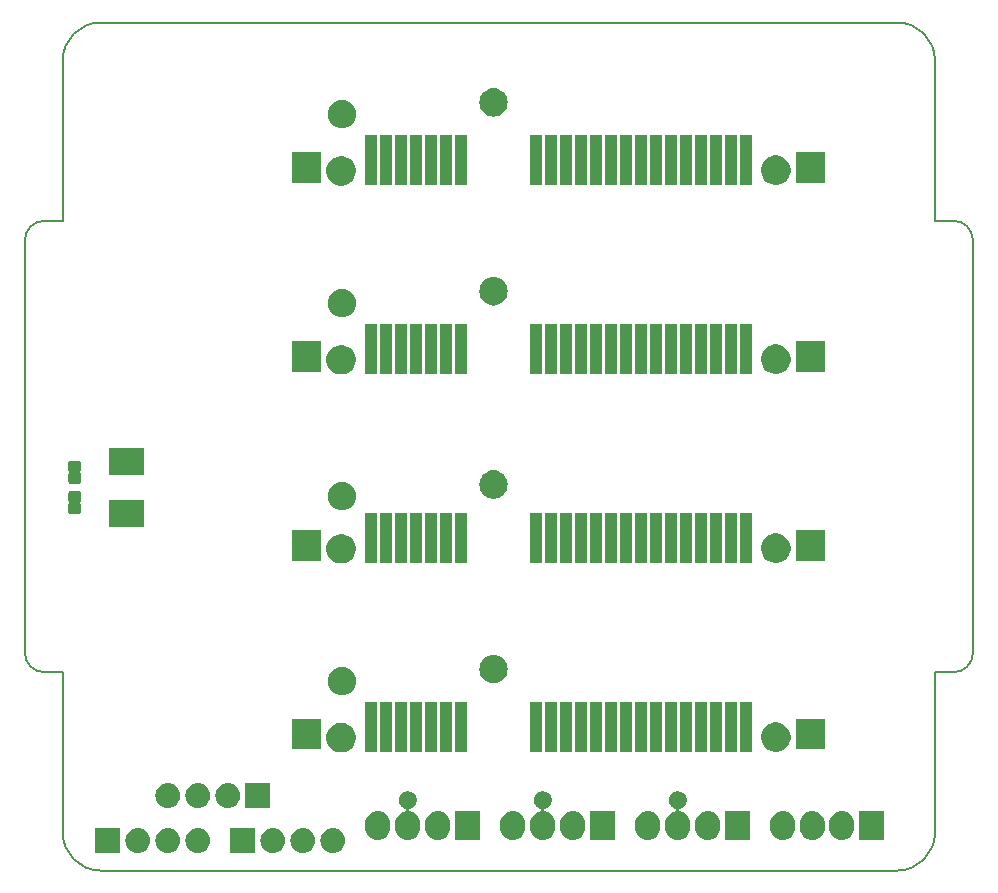
<source format=gbr>
%TF.GenerationSoftware,KiCad,Pcbnew,5.0.2-bee76a0~70~ubuntu18.10.1*%
%TF.CreationDate,2019-01-07T09:39:01-07:00*%
%TF.ProjectId,thelio-io,7468656c-696f-42d6-996f-2e6b69636164,rev?*%
%TF.SameCoordinates,Original*%
%TF.FileFunction,Soldermask,Top*%
%TF.FilePolarity,Negative*%
%FSLAX46Y46*%
G04 Gerber Fmt 4.6, Leading zero omitted, Abs format (unit mm)*
G04 Created by KiCad (PCBNEW 5.0.2-bee76a0~70~ubuntu18.10.1) date Mon Jan  7 09:39:01 2019*
%MOMM*%
%LPD*%
G01*
G04 APERTURE LIST*
%ADD10C,0.200000*%
%ADD11C,0.150000*%
%ADD12C,0.350000*%
G04 APERTURE END LIST*
D10*
X77050000Y-53400000D02*
G75*
G02X75450000Y-55000000I-1600000J0D01*
G01*
X73850000Y-55000000D02*
X75450000Y-55000000D01*
X73850000Y-16800000D02*
X75450000Y-16800000D01*
X75450000Y-16800000D02*
G75*
G02X77050000Y-18400000I0J-1600000D01*
G01*
X77050000Y-18400000D02*
X77050000Y-53400000D01*
X-3200000Y-18400000D02*
G75*
G02X-1600000Y-16800000I1600000J0D01*
G01*
X-3200000Y-53400000D02*
X-3200000Y-18400000D01*
X-1600000Y-55000000D02*
G75*
G02X-3200000Y-53400000I0J1600000D01*
G01*
X0Y-55000000D02*
X-1600000Y-55000000D01*
X0Y-16800000D02*
X-1600000Y-16800000D01*
X0Y-55000000D02*
X0Y-68600000D01*
X0Y-16800000D02*
X0Y-3200000D01*
X73850000Y-55000000D02*
X73850000Y-68600000D01*
X73850000Y-16800000D02*
X73850000Y-3200000D01*
D11*
X73850000Y-68600000D02*
G75*
G02X70650000Y-71800000I-3200000J0D01*
G01*
D10*
X3200000Y-71800000D02*
G75*
G02X0Y-68600000I0J3200000D01*
G01*
X70650000Y-71800000D02*
X3200000Y-71800000D01*
X0Y-3200000D02*
G75*
G02X3200000Y0I3200000J0D01*
G01*
X70650000Y0D02*
G75*
G02X73850000Y-3200000I0J-3200000D01*
G01*
X3200000Y0D02*
X70650000Y0D01*
D12*
G36*
X16290000Y-70310000D02*
X14190000Y-70310000D01*
X14190000Y-68210000D01*
X16290000Y-68210000D01*
X16290000Y-70310000D01*
X16290000Y-70310000D01*
G37*
G36*
X17908707Y-68217596D02*
X17985836Y-68225193D01*
X18117787Y-68265220D01*
X18183763Y-68285233D01*
X18366172Y-68382733D01*
X18526054Y-68513946D01*
X18657267Y-68673828D01*
X18754767Y-68856237D01*
X18754767Y-68856238D01*
X18814807Y-69054164D01*
X18835080Y-69260000D01*
X18814807Y-69465836D01*
X18774780Y-69597787D01*
X18754767Y-69663763D01*
X18657267Y-69846172D01*
X18526054Y-70006054D01*
X18366172Y-70137267D01*
X18183763Y-70234767D01*
X18117787Y-70254780D01*
X17985836Y-70294807D01*
X17908707Y-70302404D01*
X17831580Y-70310000D01*
X17728420Y-70310000D01*
X17651293Y-70302404D01*
X17574164Y-70294807D01*
X17442213Y-70254780D01*
X17376237Y-70234767D01*
X17193828Y-70137267D01*
X17033946Y-70006054D01*
X16902733Y-69846172D01*
X16805233Y-69663763D01*
X16785220Y-69597787D01*
X16745193Y-69465836D01*
X16724920Y-69260000D01*
X16745193Y-69054164D01*
X16805233Y-68856238D01*
X16805233Y-68856237D01*
X16902733Y-68673828D01*
X17033946Y-68513946D01*
X17193828Y-68382733D01*
X17376237Y-68285233D01*
X17442213Y-68265220D01*
X17574164Y-68225193D01*
X17651293Y-68217596D01*
X17728420Y-68210000D01*
X17831580Y-68210000D01*
X17908707Y-68217596D01*
X17908707Y-68217596D01*
G37*
G36*
X22988707Y-68217596D02*
X23065836Y-68225193D01*
X23197787Y-68265220D01*
X23263763Y-68285233D01*
X23446172Y-68382733D01*
X23606054Y-68513946D01*
X23737267Y-68673828D01*
X23834767Y-68856237D01*
X23834767Y-68856238D01*
X23894807Y-69054164D01*
X23915080Y-69260000D01*
X23894807Y-69465836D01*
X23854780Y-69597787D01*
X23834767Y-69663763D01*
X23737267Y-69846172D01*
X23606054Y-70006054D01*
X23446172Y-70137267D01*
X23263763Y-70234767D01*
X23197787Y-70254780D01*
X23065836Y-70294807D01*
X22988707Y-70302404D01*
X22911580Y-70310000D01*
X22808420Y-70310000D01*
X22731293Y-70302404D01*
X22654164Y-70294807D01*
X22522213Y-70254780D01*
X22456237Y-70234767D01*
X22273828Y-70137267D01*
X22113946Y-70006054D01*
X21982733Y-69846172D01*
X21885233Y-69663763D01*
X21865220Y-69597787D01*
X21825193Y-69465836D01*
X21804920Y-69260000D01*
X21825193Y-69054164D01*
X21885233Y-68856238D01*
X21885233Y-68856237D01*
X21982733Y-68673828D01*
X22113946Y-68513946D01*
X22273828Y-68382733D01*
X22456237Y-68285233D01*
X22522213Y-68265220D01*
X22654164Y-68225193D01*
X22731293Y-68217596D01*
X22808420Y-68210000D01*
X22911580Y-68210000D01*
X22988707Y-68217596D01*
X22988707Y-68217596D01*
G37*
G36*
X11558707Y-68217596D02*
X11635836Y-68225193D01*
X11767787Y-68265220D01*
X11833763Y-68285233D01*
X12016172Y-68382733D01*
X12176054Y-68513946D01*
X12307267Y-68673828D01*
X12404767Y-68856237D01*
X12404767Y-68856238D01*
X12464807Y-69054164D01*
X12485080Y-69260000D01*
X12464807Y-69465836D01*
X12424780Y-69597787D01*
X12404767Y-69663763D01*
X12307267Y-69846172D01*
X12176054Y-70006054D01*
X12016172Y-70137267D01*
X11833763Y-70234767D01*
X11767787Y-70254780D01*
X11635836Y-70294807D01*
X11558707Y-70302404D01*
X11481580Y-70310000D01*
X11378420Y-70310000D01*
X11301293Y-70302404D01*
X11224164Y-70294807D01*
X11092213Y-70254780D01*
X11026237Y-70234767D01*
X10843828Y-70137267D01*
X10683946Y-70006054D01*
X10552733Y-69846172D01*
X10455233Y-69663763D01*
X10435220Y-69597787D01*
X10395193Y-69465836D01*
X10374920Y-69260000D01*
X10395193Y-69054164D01*
X10455233Y-68856238D01*
X10455233Y-68856237D01*
X10552733Y-68673828D01*
X10683946Y-68513946D01*
X10843828Y-68382733D01*
X11026237Y-68285233D01*
X11092213Y-68265220D01*
X11224164Y-68225193D01*
X11301293Y-68217596D01*
X11378420Y-68210000D01*
X11481580Y-68210000D01*
X11558707Y-68217596D01*
X11558707Y-68217596D01*
G37*
G36*
X9018707Y-68217596D02*
X9095836Y-68225193D01*
X9227787Y-68265220D01*
X9293763Y-68285233D01*
X9476172Y-68382733D01*
X9636054Y-68513946D01*
X9767267Y-68673828D01*
X9864767Y-68856237D01*
X9864767Y-68856238D01*
X9924807Y-69054164D01*
X9945080Y-69260000D01*
X9924807Y-69465836D01*
X9884780Y-69597787D01*
X9864767Y-69663763D01*
X9767267Y-69846172D01*
X9636054Y-70006054D01*
X9476172Y-70137267D01*
X9293763Y-70234767D01*
X9227787Y-70254780D01*
X9095836Y-70294807D01*
X9018707Y-70302404D01*
X8941580Y-70310000D01*
X8838420Y-70310000D01*
X8761293Y-70302404D01*
X8684164Y-70294807D01*
X8552213Y-70254780D01*
X8486237Y-70234767D01*
X8303828Y-70137267D01*
X8143946Y-70006054D01*
X8012733Y-69846172D01*
X7915233Y-69663763D01*
X7895220Y-69597787D01*
X7855193Y-69465836D01*
X7834920Y-69260000D01*
X7855193Y-69054164D01*
X7915233Y-68856238D01*
X7915233Y-68856237D01*
X8012733Y-68673828D01*
X8143946Y-68513946D01*
X8303828Y-68382733D01*
X8486237Y-68285233D01*
X8552213Y-68265220D01*
X8684164Y-68225193D01*
X8761293Y-68217596D01*
X8838420Y-68210000D01*
X8941580Y-68210000D01*
X9018707Y-68217596D01*
X9018707Y-68217596D01*
G37*
G36*
X6478707Y-68217596D02*
X6555836Y-68225193D01*
X6687787Y-68265220D01*
X6753763Y-68285233D01*
X6936172Y-68382733D01*
X7096054Y-68513946D01*
X7227267Y-68673828D01*
X7324767Y-68856237D01*
X7324767Y-68856238D01*
X7384807Y-69054164D01*
X7405080Y-69260000D01*
X7384807Y-69465836D01*
X7344780Y-69597787D01*
X7324767Y-69663763D01*
X7227267Y-69846172D01*
X7096054Y-70006054D01*
X6936172Y-70137267D01*
X6753763Y-70234767D01*
X6687787Y-70254780D01*
X6555836Y-70294807D01*
X6478707Y-70302404D01*
X6401580Y-70310000D01*
X6298420Y-70310000D01*
X6221293Y-70302404D01*
X6144164Y-70294807D01*
X6012213Y-70254780D01*
X5946237Y-70234767D01*
X5763828Y-70137267D01*
X5603946Y-70006054D01*
X5472733Y-69846172D01*
X5375233Y-69663763D01*
X5355220Y-69597787D01*
X5315193Y-69465836D01*
X5294920Y-69260000D01*
X5315193Y-69054164D01*
X5375233Y-68856238D01*
X5375233Y-68856237D01*
X5472733Y-68673828D01*
X5603946Y-68513946D01*
X5763828Y-68382733D01*
X5946237Y-68285233D01*
X6012213Y-68265220D01*
X6144164Y-68225193D01*
X6221293Y-68217596D01*
X6298420Y-68210000D01*
X6401580Y-68210000D01*
X6478707Y-68217596D01*
X6478707Y-68217596D01*
G37*
G36*
X4860000Y-70310000D02*
X2760000Y-70310000D01*
X2760000Y-68210000D01*
X4860000Y-68210000D01*
X4860000Y-70310000D01*
X4860000Y-70310000D01*
G37*
G36*
X20448707Y-68217596D02*
X20525836Y-68225193D01*
X20657787Y-68265220D01*
X20723763Y-68285233D01*
X20906172Y-68382733D01*
X21066054Y-68513946D01*
X21197267Y-68673828D01*
X21294767Y-68856237D01*
X21294767Y-68856238D01*
X21354807Y-69054164D01*
X21375080Y-69260000D01*
X21354807Y-69465836D01*
X21314780Y-69597787D01*
X21294767Y-69663763D01*
X21197267Y-69846172D01*
X21066054Y-70006054D01*
X20906172Y-70137267D01*
X20723763Y-70234767D01*
X20657787Y-70254780D01*
X20525836Y-70294807D01*
X20448707Y-70302404D01*
X20371580Y-70310000D01*
X20268420Y-70310000D01*
X20191293Y-70302404D01*
X20114164Y-70294807D01*
X19982213Y-70254780D01*
X19916237Y-70234767D01*
X19733828Y-70137267D01*
X19573946Y-70006054D01*
X19442733Y-69846172D01*
X19345233Y-69663763D01*
X19325220Y-69597787D01*
X19285193Y-69465836D01*
X19264920Y-69260000D01*
X19285193Y-69054164D01*
X19345233Y-68856238D01*
X19345233Y-68856237D01*
X19442733Y-68673828D01*
X19573946Y-68513946D01*
X19733828Y-68382733D01*
X19916237Y-68285233D01*
X19982213Y-68265220D01*
X20114164Y-68225193D01*
X20191293Y-68217596D01*
X20268420Y-68210000D01*
X20371580Y-68210000D01*
X20448707Y-68217596D01*
X20448707Y-68217596D01*
G37*
G36*
X61134419Y-66787026D02*
X61168777Y-66790410D01*
X61302611Y-66831009D01*
X61369529Y-66851308D01*
X61554545Y-66950200D01*
X61716712Y-67083288D01*
X61849800Y-67245455D01*
X61948692Y-67430470D01*
X61968991Y-67497388D01*
X62009590Y-67631222D01*
X62009590Y-67631224D01*
X62025000Y-67787682D01*
X62025000Y-68192317D01*
X62023258Y-68210000D01*
X62009590Y-68348777D01*
X61999289Y-68382733D01*
X61948692Y-68549529D01*
X61849800Y-68734545D01*
X61716712Y-68896712D01*
X61554545Y-69029800D01*
X61369530Y-69128692D01*
X61302612Y-69148991D01*
X61168778Y-69189590D01*
X61134420Y-69192974D01*
X60960000Y-69210153D01*
X60785581Y-69192974D01*
X60751223Y-69189590D01*
X60617389Y-69148991D01*
X60550471Y-69128692D01*
X60365456Y-69029800D01*
X60203289Y-68896712D01*
X60070200Y-68734545D01*
X59971308Y-68549530D01*
X59934769Y-68429078D01*
X59910410Y-68348778D01*
X59906558Y-68309662D01*
X59895000Y-68192318D01*
X59895000Y-67787683D01*
X59910410Y-67631225D01*
X59910410Y-67631223D01*
X59971308Y-67430472D01*
X59971308Y-67430471D01*
X60070200Y-67245455D01*
X60203288Y-67083288D01*
X60365455Y-66950200D01*
X60550470Y-66851308D01*
X60617388Y-66831009D01*
X60751222Y-66790410D01*
X60785580Y-66787026D01*
X60960000Y-66769847D01*
X61134419Y-66787026D01*
X61134419Y-66787026D01*
G37*
G36*
X43354419Y-66787026D02*
X43388777Y-66790410D01*
X43522611Y-66831009D01*
X43589529Y-66851308D01*
X43774545Y-66950200D01*
X43936712Y-67083288D01*
X44069800Y-67245455D01*
X44168692Y-67430470D01*
X44188991Y-67497388D01*
X44229590Y-67631222D01*
X44229590Y-67631224D01*
X44245000Y-67787682D01*
X44245000Y-68192317D01*
X44243258Y-68210000D01*
X44229590Y-68348777D01*
X44219289Y-68382733D01*
X44168692Y-68549529D01*
X44069800Y-68734545D01*
X43936712Y-68896712D01*
X43774545Y-69029800D01*
X43589530Y-69128692D01*
X43522612Y-69148991D01*
X43388778Y-69189590D01*
X43354420Y-69192974D01*
X43180000Y-69210153D01*
X43005581Y-69192974D01*
X42971223Y-69189590D01*
X42837389Y-69148991D01*
X42770471Y-69128692D01*
X42585456Y-69029800D01*
X42423289Y-68896712D01*
X42290200Y-68734545D01*
X42191308Y-68549530D01*
X42154769Y-68429078D01*
X42130410Y-68348778D01*
X42126558Y-68309662D01*
X42115000Y-68192318D01*
X42115000Y-67787683D01*
X42130410Y-67631225D01*
X42130410Y-67631223D01*
X42191308Y-67430472D01*
X42191308Y-67430471D01*
X42290200Y-67245455D01*
X42423288Y-67083288D01*
X42585455Y-66950200D01*
X42770470Y-66851308D01*
X42837388Y-66831009D01*
X42971222Y-66790410D01*
X43005580Y-66787026D01*
X43180000Y-66769847D01*
X43354419Y-66787026D01*
X43354419Y-66787026D01*
G37*
G36*
X40786318Y-65094411D02*
X40858767Y-65108822D01*
X40915303Y-65132240D01*
X40995257Y-65165358D01*
X41118100Y-65247439D01*
X41222561Y-65351900D01*
X41304642Y-65474743D01*
X41361178Y-65611234D01*
X41390000Y-65756130D01*
X41390000Y-65903870D01*
X41361178Y-66048766D01*
X41304642Y-66185257D01*
X41222561Y-66308100D01*
X41118100Y-66412561D01*
X40995257Y-66494642D01*
X40902459Y-66533080D01*
X40858767Y-66551178D01*
X40858766Y-66551178D01*
X40852091Y-66553943D01*
X40842414Y-66556878D01*
X40820802Y-66568429D01*
X40801860Y-66583974D01*
X40786314Y-66602915D01*
X40774762Y-66624526D01*
X40767648Y-66647974D01*
X40765245Y-66672361D01*
X40767646Y-66696747D01*
X40774758Y-66720196D01*
X40786309Y-66741808D01*
X40801854Y-66760750D01*
X40820795Y-66776296D01*
X40842406Y-66787848D01*
X40853959Y-66791982D01*
X40979816Y-66830161D01*
X41049529Y-66851308D01*
X41234545Y-66950200D01*
X41396712Y-67083288D01*
X41529800Y-67245455D01*
X41628692Y-67430470D01*
X41648991Y-67497388D01*
X41689590Y-67631222D01*
X41689590Y-67631224D01*
X41705000Y-67787682D01*
X41705000Y-68192317D01*
X41703258Y-68210000D01*
X41689590Y-68348777D01*
X41679289Y-68382733D01*
X41628692Y-68549529D01*
X41529800Y-68734545D01*
X41396712Y-68896712D01*
X41234545Y-69029800D01*
X41049530Y-69128692D01*
X40982612Y-69148991D01*
X40848778Y-69189590D01*
X40814420Y-69192974D01*
X40640000Y-69210153D01*
X40465581Y-69192974D01*
X40431223Y-69189590D01*
X40297389Y-69148991D01*
X40230471Y-69128692D01*
X40045456Y-69029800D01*
X39883289Y-68896712D01*
X39750200Y-68734545D01*
X39651308Y-68549530D01*
X39614769Y-68429078D01*
X39590410Y-68348778D01*
X39586558Y-68309662D01*
X39575000Y-68192318D01*
X39575000Y-67787683D01*
X39590410Y-67631225D01*
X39590410Y-67631223D01*
X39651308Y-67430472D01*
X39651308Y-67430471D01*
X39750200Y-67245455D01*
X39883288Y-67083288D01*
X40045455Y-66950200D01*
X40230470Y-66851308D01*
X40338797Y-66818447D01*
X40426041Y-66791982D01*
X40448680Y-66782605D01*
X40469054Y-66768991D01*
X40486382Y-66751664D01*
X40499995Y-66731289D01*
X40509373Y-66708650D01*
X40514153Y-66684617D01*
X40514153Y-66660112D01*
X40509372Y-66636079D01*
X40499995Y-66613440D01*
X40486381Y-66593066D01*
X40469054Y-66575738D01*
X40448679Y-66562125D01*
X40426040Y-66552747D01*
X40423464Y-66552102D01*
X40284743Y-66494642D01*
X40161900Y-66412561D01*
X40057439Y-66308100D01*
X39975358Y-66185257D01*
X39918822Y-66048766D01*
X39890000Y-65903870D01*
X39890000Y-65756130D01*
X39918822Y-65611234D01*
X39975358Y-65474743D01*
X40057439Y-65351900D01*
X40161900Y-65247439D01*
X40284743Y-65165358D01*
X40364697Y-65132240D01*
X40421233Y-65108822D01*
X40493682Y-65094411D01*
X40566130Y-65080000D01*
X40713870Y-65080000D01*
X40786318Y-65094411D01*
X40786318Y-65094411D01*
G37*
G36*
X38274419Y-66787026D02*
X38308777Y-66790410D01*
X38442611Y-66831009D01*
X38509529Y-66851308D01*
X38694545Y-66950200D01*
X38856712Y-67083288D01*
X38989800Y-67245455D01*
X39088692Y-67430470D01*
X39108991Y-67497388D01*
X39149590Y-67631222D01*
X39149590Y-67631224D01*
X39165000Y-67787682D01*
X39165000Y-68192317D01*
X39163258Y-68210000D01*
X39149590Y-68348777D01*
X39139289Y-68382733D01*
X39088692Y-68549529D01*
X38989800Y-68734545D01*
X38856712Y-68896712D01*
X38694545Y-69029800D01*
X38509530Y-69128692D01*
X38442612Y-69148991D01*
X38308778Y-69189590D01*
X38274420Y-69192974D01*
X38100000Y-69210153D01*
X37925581Y-69192974D01*
X37891223Y-69189590D01*
X37757389Y-69148991D01*
X37690471Y-69128692D01*
X37505456Y-69029800D01*
X37343289Y-68896712D01*
X37210200Y-68734545D01*
X37111308Y-68549530D01*
X37074769Y-68429078D01*
X37050410Y-68348778D01*
X37046558Y-68309662D01*
X37035000Y-68192318D01*
X37035000Y-67787683D01*
X37050410Y-67631225D01*
X37050410Y-67631223D01*
X37111308Y-67430472D01*
X37111308Y-67430471D01*
X37210200Y-67245455D01*
X37343288Y-67083288D01*
X37505455Y-66950200D01*
X37690470Y-66851308D01*
X37757388Y-66831009D01*
X37891222Y-66790410D01*
X37925580Y-66787026D01*
X38100000Y-66769847D01*
X38274419Y-66787026D01*
X38274419Y-66787026D01*
G37*
G36*
X29356318Y-65094411D02*
X29428767Y-65108822D01*
X29485303Y-65132240D01*
X29565257Y-65165358D01*
X29688100Y-65247439D01*
X29792561Y-65351900D01*
X29874642Y-65474743D01*
X29931178Y-65611234D01*
X29960000Y-65756130D01*
X29960000Y-65903870D01*
X29931178Y-66048766D01*
X29874642Y-66185257D01*
X29792561Y-66308100D01*
X29688100Y-66412561D01*
X29565257Y-66494642D01*
X29472459Y-66533080D01*
X29428767Y-66551178D01*
X29428766Y-66551178D01*
X29422091Y-66553943D01*
X29412414Y-66556878D01*
X29390802Y-66568429D01*
X29371860Y-66583974D01*
X29356314Y-66602915D01*
X29344762Y-66624526D01*
X29337648Y-66647974D01*
X29335245Y-66672361D01*
X29337646Y-66696747D01*
X29344758Y-66720196D01*
X29356309Y-66741808D01*
X29371854Y-66760750D01*
X29390795Y-66776296D01*
X29412406Y-66787848D01*
X29423959Y-66791982D01*
X29549816Y-66830161D01*
X29619529Y-66851308D01*
X29804545Y-66950200D01*
X29966712Y-67083288D01*
X30099800Y-67245455D01*
X30198692Y-67430470D01*
X30218991Y-67497388D01*
X30259590Y-67631222D01*
X30259590Y-67631224D01*
X30275000Y-67787682D01*
X30275000Y-68192317D01*
X30273258Y-68210000D01*
X30259590Y-68348777D01*
X30249289Y-68382733D01*
X30198692Y-68549529D01*
X30099800Y-68734545D01*
X29966712Y-68896712D01*
X29804545Y-69029800D01*
X29619530Y-69128692D01*
X29552612Y-69148991D01*
X29418778Y-69189590D01*
X29384420Y-69192974D01*
X29210000Y-69210153D01*
X29035581Y-69192974D01*
X29001223Y-69189590D01*
X28867389Y-69148991D01*
X28800471Y-69128692D01*
X28615456Y-69029800D01*
X28453289Y-68896712D01*
X28320200Y-68734545D01*
X28221308Y-68549530D01*
X28184769Y-68429078D01*
X28160410Y-68348778D01*
X28156558Y-68309662D01*
X28145000Y-68192318D01*
X28145000Y-67787683D01*
X28160410Y-67631225D01*
X28160410Y-67631223D01*
X28221308Y-67430472D01*
X28221308Y-67430471D01*
X28320200Y-67245455D01*
X28453288Y-67083288D01*
X28615455Y-66950200D01*
X28800470Y-66851308D01*
X28908797Y-66818447D01*
X28996041Y-66791982D01*
X29018680Y-66782605D01*
X29039054Y-66768991D01*
X29056382Y-66751664D01*
X29069995Y-66731289D01*
X29079373Y-66708650D01*
X29084153Y-66684617D01*
X29084153Y-66660112D01*
X29079372Y-66636079D01*
X29069995Y-66613440D01*
X29056381Y-66593066D01*
X29039054Y-66575738D01*
X29018679Y-66562125D01*
X28996040Y-66552747D01*
X28993464Y-66552102D01*
X28854743Y-66494642D01*
X28731900Y-66412561D01*
X28627439Y-66308100D01*
X28545358Y-66185257D01*
X28488822Y-66048766D01*
X28460000Y-65903870D01*
X28460000Y-65756130D01*
X28488822Y-65611234D01*
X28545358Y-65474743D01*
X28627439Y-65351900D01*
X28731900Y-65247439D01*
X28854743Y-65165358D01*
X28934697Y-65132240D01*
X28991233Y-65108822D01*
X29063682Y-65094411D01*
X29136130Y-65080000D01*
X29283870Y-65080000D01*
X29356318Y-65094411D01*
X29356318Y-65094411D01*
G37*
G36*
X31924419Y-66787026D02*
X31958777Y-66790410D01*
X32092611Y-66831009D01*
X32159529Y-66851308D01*
X32344545Y-66950200D01*
X32506712Y-67083288D01*
X32639800Y-67245455D01*
X32738692Y-67430470D01*
X32758991Y-67497388D01*
X32799590Y-67631222D01*
X32799590Y-67631224D01*
X32815000Y-67787682D01*
X32815000Y-68192317D01*
X32813258Y-68210000D01*
X32799590Y-68348777D01*
X32789289Y-68382733D01*
X32738692Y-68549529D01*
X32639800Y-68734545D01*
X32506712Y-68896712D01*
X32344545Y-69029800D01*
X32159530Y-69128692D01*
X32092612Y-69148991D01*
X31958778Y-69189590D01*
X31924420Y-69192974D01*
X31750000Y-69210153D01*
X31575581Y-69192974D01*
X31541223Y-69189590D01*
X31407389Y-69148991D01*
X31340471Y-69128692D01*
X31155456Y-69029800D01*
X30993289Y-68896712D01*
X30860200Y-68734545D01*
X30761308Y-68549530D01*
X30724769Y-68429078D01*
X30700410Y-68348778D01*
X30696558Y-68309662D01*
X30685000Y-68192318D01*
X30685000Y-67787683D01*
X30700410Y-67631225D01*
X30700410Y-67631223D01*
X30761308Y-67430472D01*
X30761308Y-67430471D01*
X30860200Y-67245455D01*
X30993288Y-67083288D01*
X31155455Y-66950200D01*
X31340470Y-66851308D01*
X31407388Y-66831009D01*
X31541222Y-66790410D01*
X31575580Y-66787026D01*
X31750000Y-66769847D01*
X31924419Y-66787026D01*
X31924419Y-66787026D01*
G37*
G36*
X49704419Y-66787026D02*
X49738777Y-66790410D01*
X49872611Y-66831009D01*
X49939529Y-66851308D01*
X50124545Y-66950200D01*
X50286712Y-67083288D01*
X50419800Y-67245455D01*
X50518692Y-67430470D01*
X50538991Y-67497388D01*
X50579590Y-67631222D01*
X50579590Y-67631224D01*
X50595000Y-67787682D01*
X50595000Y-68192317D01*
X50593258Y-68210000D01*
X50579590Y-68348777D01*
X50569289Y-68382733D01*
X50518692Y-68549529D01*
X50419800Y-68734545D01*
X50286712Y-68896712D01*
X50124545Y-69029800D01*
X49939530Y-69128692D01*
X49872612Y-69148991D01*
X49738778Y-69189590D01*
X49704420Y-69192974D01*
X49530000Y-69210153D01*
X49355581Y-69192974D01*
X49321223Y-69189590D01*
X49187389Y-69148991D01*
X49120471Y-69128692D01*
X48935456Y-69029800D01*
X48773289Y-68896712D01*
X48640200Y-68734545D01*
X48541308Y-68549530D01*
X48504769Y-68429078D01*
X48480410Y-68348778D01*
X48476558Y-68309662D01*
X48465000Y-68192318D01*
X48465000Y-67787683D01*
X48480410Y-67631225D01*
X48480410Y-67631223D01*
X48541308Y-67430472D01*
X48541308Y-67430471D01*
X48640200Y-67245455D01*
X48773288Y-67083288D01*
X48935455Y-66950200D01*
X49120470Y-66851308D01*
X49187388Y-66831009D01*
X49321222Y-66790410D01*
X49355580Y-66787026D01*
X49530000Y-66769847D01*
X49704419Y-66787026D01*
X49704419Y-66787026D01*
G37*
G36*
X66134419Y-66787026D02*
X66168777Y-66790410D01*
X66302611Y-66831009D01*
X66369529Y-66851308D01*
X66554545Y-66950200D01*
X66716712Y-67083288D01*
X66849800Y-67245455D01*
X66948692Y-67430470D01*
X66968991Y-67497388D01*
X67009590Y-67631222D01*
X67009590Y-67631224D01*
X67025000Y-67787682D01*
X67025000Y-68192317D01*
X67023258Y-68210000D01*
X67009590Y-68348777D01*
X66999289Y-68382733D01*
X66948692Y-68549529D01*
X66849800Y-68734545D01*
X66716712Y-68896712D01*
X66554545Y-69029800D01*
X66369530Y-69128692D01*
X66302612Y-69148991D01*
X66168778Y-69189590D01*
X66134420Y-69192974D01*
X65960000Y-69210153D01*
X65785581Y-69192974D01*
X65751223Y-69189590D01*
X65617389Y-69148991D01*
X65550471Y-69128692D01*
X65365456Y-69029800D01*
X65203289Y-68896712D01*
X65070200Y-68734545D01*
X64971308Y-68549530D01*
X64934769Y-68429078D01*
X64910410Y-68348778D01*
X64906558Y-68309662D01*
X64895000Y-68192318D01*
X64895000Y-67787683D01*
X64910410Y-67631225D01*
X64910410Y-67631223D01*
X64971308Y-67430472D01*
X64971308Y-67430471D01*
X65070200Y-67245455D01*
X65203288Y-67083288D01*
X65365455Y-66950200D01*
X65550470Y-66851308D01*
X65617388Y-66831009D01*
X65751222Y-66790410D01*
X65785580Y-66787026D01*
X65960000Y-66769847D01*
X66134419Y-66787026D01*
X66134419Y-66787026D01*
G37*
G36*
X63634419Y-66787026D02*
X63668777Y-66790410D01*
X63802611Y-66831009D01*
X63869529Y-66851308D01*
X64054545Y-66950200D01*
X64216712Y-67083288D01*
X64349800Y-67245455D01*
X64448692Y-67430470D01*
X64468991Y-67497388D01*
X64509590Y-67631222D01*
X64509590Y-67631224D01*
X64525000Y-67787682D01*
X64525000Y-68192317D01*
X64523258Y-68210000D01*
X64509590Y-68348777D01*
X64499289Y-68382733D01*
X64448692Y-68549529D01*
X64349800Y-68734545D01*
X64216712Y-68896712D01*
X64054545Y-69029800D01*
X63869530Y-69128692D01*
X63802612Y-69148991D01*
X63668778Y-69189590D01*
X63634420Y-69192974D01*
X63460000Y-69210153D01*
X63285581Y-69192974D01*
X63251223Y-69189590D01*
X63117389Y-69148991D01*
X63050471Y-69128692D01*
X62865456Y-69029800D01*
X62703289Y-68896712D01*
X62570200Y-68734545D01*
X62471308Y-68549530D01*
X62434769Y-68429078D01*
X62410410Y-68348778D01*
X62406558Y-68309662D01*
X62395000Y-68192318D01*
X62395000Y-67787683D01*
X62410410Y-67631225D01*
X62410410Y-67631223D01*
X62471308Y-67430472D01*
X62471308Y-67430471D01*
X62570200Y-67245455D01*
X62703288Y-67083288D01*
X62865455Y-66950200D01*
X63050470Y-66851308D01*
X63117388Y-66831009D01*
X63251222Y-66790410D01*
X63285580Y-66787026D01*
X63460000Y-66769847D01*
X63634419Y-66787026D01*
X63634419Y-66787026D01*
G37*
G36*
X52216318Y-65094411D02*
X52288767Y-65108822D01*
X52345303Y-65132240D01*
X52425257Y-65165358D01*
X52548100Y-65247439D01*
X52652561Y-65351900D01*
X52734642Y-65474743D01*
X52791178Y-65611234D01*
X52820000Y-65756130D01*
X52820000Y-65903870D01*
X52791178Y-66048766D01*
X52734642Y-66185257D01*
X52652561Y-66308100D01*
X52548100Y-66412561D01*
X52425257Y-66494642D01*
X52332459Y-66533080D01*
X52288767Y-66551178D01*
X52288766Y-66551178D01*
X52282091Y-66553943D01*
X52272414Y-66556878D01*
X52250802Y-66568429D01*
X52231860Y-66583974D01*
X52216314Y-66602915D01*
X52204762Y-66624526D01*
X52197648Y-66647974D01*
X52195245Y-66672361D01*
X52197646Y-66696747D01*
X52204758Y-66720196D01*
X52216309Y-66741808D01*
X52231854Y-66760750D01*
X52250795Y-66776296D01*
X52272406Y-66787848D01*
X52283959Y-66791982D01*
X52409816Y-66830161D01*
X52479529Y-66851308D01*
X52664545Y-66950200D01*
X52826712Y-67083288D01*
X52959800Y-67245455D01*
X53058692Y-67430470D01*
X53078991Y-67497388D01*
X53119590Y-67631222D01*
X53119590Y-67631224D01*
X53135000Y-67787682D01*
X53135000Y-68192317D01*
X53133258Y-68210000D01*
X53119590Y-68348777D01*
X53109289Y-68382733D01*
X53058692Y-68549529D01*
X52959800Y-68734545D01*
X52826712Y-68896712D01*
X52664545Y-69029800D01*
X52479530Y-69128692D01*
X52412612Y-69148991D01*
X52278778Y-69189590D01*
X52244420Y-69192974D01*
X52070000Y-69210153D01*
X51895581Y-69192974D01*
X51861223Y-69189590D01*
X51727389Y-69148991D01*
X51660471Y-69128692D01*
X51475456Y-69029800D01*
X51313289Y-68896712D01*
X51180200Y-68734545D01*
X51081308Y-68549530D01*
X51044769Y-68429078D01*
X51020410Y-68348778D01*
X51016558Y-68309662D01*
X51005000Y-68192318D01*
X51005000Y-67787683D01*
X51020410Y-67631225D01*
X51020410Y-67631223D01*
X51081308Y-67430472D01*
X51081308Y-67430471D01*
X51180200Y-67245455D01*
X51313288Y-67083288D01*
X51475455Y-66950200D01*
X51660470Y-66851308D01*
X51768797Y-66818447D01*
X51856041Y-66791982D01*
X51878680Y-66782605D01*
X51899054Y-66768991D01*
X51916382Y-66751664D01*
X51929995Y-66731289D01*
X51939373Y-66708650D01*
X51944153Y-66684617D01*
X51944153Y-66660112D01*
X51939372Y-66636079D01*
X51929995Y-66613440D01*
X51916381Y-66593066D01*
X51899054Y-66575738D01*
X51878679Y-66562125D01*
X51856040Y-66552747D01*
X51853464Y-66552102D01*
X51714743Y-66494642D01*
X51591900Y-66412561D01*
X51487439Y-66308100D01*
X51405358Y-66185257D01*
X51348822Y-66048766D01*
X51320000Y-65903870D01*
X51320000Y-65756130D01*
X51348822Y-65611234D01*
X51405358Y-65474743D01*
X51487439Y-65351900D01*
X51591900Y-65247439D01*
X51714743Y-65165358D01*
X51794697Y-65132240D01*
X51851233Y-65108822D01*
X51923682Y-65094411D01*
X51996130Y-65080000D01*
X52143870Y-65080000D01*
X52216318Y-65094411D01*
X52216318Y-65094411D01*
G37*
G36*
X54784419Y-66787026D02*
X54818777Y-66790410D01*
X54952611Y-66831009D01*
X55019529Y-66851308D01*
X55204545Y-66950200D01*
X55366712Y-67083288D01*
X55499800Y-67245455D01*
X55598692Y-67430470D01*
X55618991Y-67497388D01*
X55659590Y-67631222D01*
X55659590Y-67631224D01*
X55675000Y-67787682D01*
X55675000Y-68192317D01*
X55673258Y-68210000D01*
X55659590Y-68348777D01*
X55649289Y-68382733D01*
X55598692Y-68549529D01*
X55499800Y-68734545D01*
X55366712Y-68896712D01*
X55204545Y-69029800D01*
X55019530Y-69128692D01*
X54952612Y-69148991D01*
X54818778Y-69189590D01*
X54784420Y-69192974D01*
X54610000Y-69210153D01*
X54435581Y-69192974D01*
X54401223Y-69189590D01*
X54267389Y-69148991D01*
X54200471Y-69128692D01*
X54015456Y-69029800D01*
X53853289Y-68896712D01*
X53720200Y-68734545D01*
X53621308Y-68549530D01*
X53584769Y-68429078D01*
X53560410Y-68348778D01*
X53556558Y-68309662D01*
X53545000Y-68192318D01*
X53545000Y-67787683D01*
X53560410Y-67631225D01*
X53560410Y-67631223D01*
X53621308Y-67430472D01*
X53621308Y-67430471D01*
X53720200Y-67245455D01*
X53853288Y-67083288D01*
X54015455Y-66950200D01*
X54200470Y-66851308D01*
X54267388Y-66831009D01*
X54401222Y-66790410D01*
X54435580Y-66787026D01*
X54610000Y-66769847D01*
X54784419Y-66787026D01*
X54784419Y-66787026D01*
G37*
G36*
X26844419Y-66787026D02*
X26878777Y-66790410D01*
X27012611Y-66831009D01*
X27079529Y-66851308D01*
X27264545Y-66950200D01*
X27426712Y-67083288D01*
X27559800Y-67245455D01*
X27658692Y-67430470D01*
X27678991Y-67497388D01*
X27719590Y-67631222D01*
X27719590Y-67631224D01*
X27735000Y-67787682D01*
X27735000Y-68192317D01*
X27733258Y-68210000D01*
X27719590Y-68348777D01*
X27709289Y-68382733D01*
X27658692Y-68549529D01*
X27559800Y-68734545D01*
X27426712Y-68896712D01*
X27264545Y-69029800D01*
X27079530Y-69128692D01*
X27012612Y-69148991D01*
X26878778Y-69189590D01*
X26844420Y-69192974D01*
X26670000Y-69210153D01*
X26495581Y-69192974D01*
X26461223Y-69189590D01*
X26327389Y-69148991D01*
X26260471Y-69128692D01*
X26075456Y-69029800D01*
X25913289Y-68896712D01*
X25780200Y-68734545D01*
X25681308Y-68549530D01*
X25644769Y-68429078D01*
X25620410Y-68348778D01*
X25616558Y-68309662D01*
X25605000Y-68192318D01*
X25605000Y-67787683D01*
X25620410Y-67631225D01*
X25620410Y-67631223D01*
X25681308Y-67430472D01*
X25681308Y-67430471D01*
X25780200Y-67245455D01*
X25913288Y-67083288D01*
X26075455Y-66950200D01*
X26260470Y-66851308D01*
X26327388Y-66831009D01*
X26461222Y-66790410D01*
X26495580Y-66787026D01*
X26670000Y-66769847D01*
X26844419Y-66787026D01*
X26844419Y-66787026D01*
G37*
G36*
X46785000Y-69205000D02*
X44655000Y-69205000D01*
X44655000Y-66775000D01*
X46785000Y-66775000D01*
X46785000Y-69205000D01*
X46785000Y-69205000D01*
G37*
G36*
X69525000Y-69205000D02*
X67395000Y-69205000D01*
X67395000Y-66775000D01*
X69525000Y-66775000D01*
X69525000Y-69205000D01*
X69525000Y-69205000D01*
G37*
G36*
X58215000Y-69205000D02*
X56085000Y-69205000D01*
X56085000Y-66775000D01*
X58215000Y-66775000D01*
X58215000Y-69205000D01*
X58215000Y-69205000D01*
G37*
G36*
X35355000Y-69205000D02*
X33225000Y-69205000D01*
X33225000Y-66775000D01*
X35355000Y-66775000D01*
X35355000Y-69205000D01*
X35355000Y-69205000D01*
G37*
G36*
X17560000Y-66500000D02*
X15460000Y-66500000D01*
X15460000Y-64400000D01*
X17560000Y-64400000D01*
X17560000Y-66500000D01*
X17560000Y-66500000D01*
G37*
G36*
X14098707Y-64407596D02*
X14175836Y-64415193D01*
X14307787Y-64455220D01*
X14373763Y-64475233D01*
X14556172Y-64572733D01*
X14716054Y-64703946D01*
X14847267Y-64863828D01*
X14944767Y-65046237D01*
X14944767Y-65046238D01*
X15004807Y-65244164D01*
X15025080Y-65450000D01*
X15004807Y-65655836D01*
X14974383Y-65756130D01*
X14944767Y-65853763D01*
X14847267Y-66036172D01*
X14716054Y-66196054D01*
X14556172Y-66327267D01*
X14373763Y-66424767D01*
X14307787Y-66444780D01*
X14175836Y-66484807D01*
X14098707Y-66492404D01*
X14021580Y-66500000D01*
X13918420Y-66500000D01*
X13841293Y-66492404D01*
X13764164Y-66484807D01*
X13632213Y-66444780D01*
X13566237Y-66424767D01*
X13383828Y-66327267D01*
X13223946Y-66196054D01*
X13092733Y-66036172D01*
X12995233Y-65853763D01*
X12965617Y-65756130D01*
X12935193Y-65655836D01*
X12914920Y-65450000D01*
X12935193Y-65244164D01*
X12995233Y-65046238D01*
X12995233Y-65046237D01*
X13092733Y-64863828D01*
X13223946Y-64703946D01*
X13383828Y-64572733D01*
X13566237Y-64475233D01*
X13632213Y-64455220D01*
X13764164Y-64415193D01*
X13841293Y-64407596D01*
X13918420Y-64400000D01*
X14021580Y-64400000D01*
X14098707Y-64407596D01*
X14098707Y-64407596D01*
G37*
G36*
X11558707Y-64407596D02*
X11635836Y-64415193D01*
X11767787Y-64455220D01*
X11833763Y-64475233D01*
X12016172Y-64572733D01*
X12176054Y-64703946D01*
X12307267Y-64863828D01*
X12404767Y-65046237D01*
X12404767Y-65046238D01*
X12464807Y-65244164D01*
X12485080Y-65450000D01*
X12464807Y-65655836D01*
X12434383Y-65756130D01*
X12404767Y-65853763D01*
X12307267Y-66036172D01*
X12176054Y-66196054D01*
X12016172Y-66327267D01*
X11833763Y-66424767D01*
X11767787Y-66444780D01*
X11635836Y-66484807D01*
X11558707Y-66492404D01*
X11481580Y-66500000D01*
X11378420Y-66500000D01*
X11301293Y-66492404D01*
X11224164Y-66484807D01*
X11092213Y-66444780D01*
X11026237Y-66424767D01*
X10843828Y-66327267D01*
X10683946Y-66196054D01*
X10552733Y-66036172D01*
X10455233Y-65853763D01*
X10425617Y-65756130D01*
X10395193Y-65655836D01*
X10374920Y-65450000D01*
X10395193Y-65244164D01*
X10455233Y-65046238D01*
X10455233Y-65046237D01*
X10552733Y-64863828D01*
X10683946Y-64703946D01*
X10843828Y-64572733D01*
X11026237Y-64475233D01*
X11092213Y-64455220D01*
X11224164Y-64415193D01*
X11301293Y-64407596D01*
X11378420Y-64400000D01*
X11481580Y-64400000D01*
X11558707Y-64407596D01*
X11558707Y-64407596D01*
G37*
G36*
X9018707Y-64407596D02*
X9095836Y-64415193D01*
X9227787Y-64455220D01*
X9293763Y-64475233D01*
X9476172Y-64572733D01*
X9636054Y-64703946D01*
X9767267Y-64863828D01*
X9864767Y-65046237D01*
X9864767Y-65046238D01*
X9924807Y-65244164D01*
X9945080Y-65450000D01*
X9924807Y-65655836D01*
X9894383Y-65756130D01*
X9864767Y-65853763D01*
X9767267Y-66036172D01*
X9636054Y-66196054D01*
X9476172Y-66327267D01*
X9293763Y-66424767D01*
X9227787Y-66444780D01*
X9095836Y-66484807D01*
X9018707Y-66492404D01*
X8941580Y-66500000D01*
X8838420Y-66500000D01*
X8761293Y-66492404D01*
X8684164Y-66484807D01*
X8552213Y-66444780D01*
X8486237Y-66424767D01*
X8303828Y-66327267D01*
X8143946Y-66196054D01*
X8012733Y-66036172D01*
X7915233Y-65853763D01*
X7885617Y-65756130D01*
X7855193Y-65655836D01*
X7834920Y-65450000D01*
X7855193Y-65244164D01*
X7915233Y-65046238D01*
X7915233Y-65046237D01*
X8012733Y-64863828D01*
X8143946Y-64703946D01*
X8303828Y-64572733D01*
X8486237Y-64475233D01*
X8552213Y-64455220D01*
X8684164Y-64415193D01*
X8761293Y-64407596D01*
X8838420Y-64400000D01*
X8941580Y-64400000D01*
X9018707Y-64407596D01*
X9018707Y-64407596D01*
G37*
G36*
X23939612Y-59348037D02*
X24167096Y-59442264D01*
X24371831Y-59579064D01*
X24545936Y-59753169D01*
X24682736Y-59957904D01*
X24776963Y-60185388D01*
X24825000Y-60426885D01*
X24825000Y-60673115D01*
X24776963Y-60914612D01*
X24682736Y-61142096D01*
X24545936Y-61346831D01*
X24371831Y-61520936D01*
X24167096Y-61657736D01*
X23939612Y-61751963D01*
X23698115Y-61800000D01*
X23451885Y-61800000D01*
X23210388Y-61751963D01*
X22982904Y-61657736D01*
X22778169Y-61520936D01*
X22604064Y-61346831D01*
X22467264Y-61142096D01*
X22373037Y-60914612D01*
X22325000Y-60673115D01*
X22325000Y-60426885D01*
X22373037Y-60185388D01*
X22467264Y-59957904D01*
X22604064Y-59753169D01*
X22778169Y-59579064D01*
X22982904Y-59442264D01*
X23210388Y-59348037D01*
X23451885Y-59300000D01*
X23698115Y-59300000D01*
X23939612Y-59348037D01*
X23939612Y-59348037D01*
G37*
G36*
X48190000Y-61750000D02*
X47190000Y-61750000D01*
X47190000Y-57550000D01*
X48190000Y-57550000D01*
X48190000Y-61750000D01*
X48190000Y-61750000D01*
G37*
G36*
X32950000Y-61750000D02*
X31950000Y-61750000D01*
X31950000Y-57550000D01*
X32950000Y-57550000D01*
X32950000Y-61750000D01*
X32950000Y-61750000D01*
G37*
G36*
X49460000Y-61750000D02*
X48460000Y-61750000D01*
X48460000Y-57550000D01*
X49460000Y-57550000D01*
X49460000Y-61750000D01*
X49460000Y-61750000D01*
G37*
G36*
X50730000Y-61750000D02*
X49730000Y-61750000D01*
X49730000Y-57550000D01*
X50730000Y-57550000D01*
X50730000Y-61750000D01*
X50730000Y-61750000D01*
G37*
G36*
X52000000Y-61750000D02*
X51000000Y-61750000D01*
X51000000Y-57550000D01*
X52000000Y-57550000D01*
X52000000Y-61750000D01*
X52000000Y-61750000D01*
G37*
G36*
X53270000Y-61750000D02*
X52270000Y-61750000D01*
X52270000Y-57550000D01*
X53270000Y-57550000D01*
X53270000Y-61750000D01*
X53270000Y-61750000D01*
G37*
G36*
X54540000Y-61750000D02*
X53540000Y-61750000D01*
X53540000Y-57550000D01*
X54540000Y-57550000D01*
X54540000Y-61750000D01*
X54540000Y-61750000D01*
G37*
G36*
X55810000Y-61750000D02*
X54810000Y-61750000D01*
X54810000Y-57550000D01*
X55810000Y-57550000D01*
X55810000Y-61750000D01*
X55810000Y-61750000D01*
G37*
G36*
X57080000Y-61750000D02*
X56080000Y-61750000D01*
X56080000Y-57550000D01*
X57080000Y-57550000D01*
X57080000Y-61750000D01*
X57080000Y-61750000D01*
G37*
G36*
X58350000Y-61750000D02*
X57350000Y-61750000D01*
X57350000Y-57550000D01*
X58350000Y-57550000D01*
X58350000Y-61750000D01*
X58350000Y-61750000D01*
G37*
G36*
X60739612Y-59298037D02*
X60967096Y-59392264D01*
X61171831Y-59529064D01*
X61345936Y-59703169D01*
X61482736Y-59907904D01*
X61576963Y-60135388D01*
X61625000Y-60376885D01*
X61625000Y-60623115D01*
X61576963Y-60864612D01*
X61482736Y-61092096D01*
X61345936Y-61296831D01*
X61171831Y-61470936D01*
X60967096Y-61607736D01*
X60739612Y-61701963D01*
X60498115Y-61750000D01*
X60251885Y-61750000D01*
X60010388Y-61701963D01*
X59782904Y-61607736D01*
X59578169Y-61470936D01*
X59404064Y-61296831D01*
X59267264Y-61092096D01*
X59173037Y-60864612D01*
X59125000Y-60623115D01*
X59125000Y-60376885D01*
X59173037Y-60135388D01*
X59267264Y-59907904D01*
X59404064Y-59703169D01*
X59578169Y-59529064D01*
X59782904Y-59392264D01*
X60010388Y-59298037D01*
X60251885Y-59250000D01*
X60498115Y-59250000D01*
X60739612Y-59298037D01*
X60739612Y-59298037D01*
G37*
G36*
X26600000Y-61750000D02*
X25600000Y-61750000D01*
X25600000Y-57550000D01*
X26600000Y-57550000D01*
X26600000Y-61750000D01*
X26600000Y-61750000D01*
G37*
G36*
X44380000Y-61750000D02*
X43380000Y-61750000D01*
X43380000Y-57550000D01*
X44380000Y-57550000D01*
X44380000Y-61750000D01*
X44380000Y-61750000D01*
G37*
G36*
X43110000Y-61750000D02*
X42110000Y-61750000D01*
X42110000Y-57550000D01*
X43110000Y-57550000D01*
X43110000Y-61750000D01*
X43110000Y-61750000D01*
G37*
G36*
X41840000Y-61750000D02*
X40840000Y-61750000D01*
X40840000Y-57550000D01*
X41840000Y-57550000D01*
X41840000Y-61750000D01*
X41840000Y-61750000D01*
G37*
G36*
X40570000Y-61750000D02*
X39570000Y-61750000D01*
X39570000Y-57550000D01*
X40570000Y-57550000D01*
X40570000Y-61750000D01*
X40570000Y-61750000D01*
G37*
G36*
X34220000Y-61750000D02*
X33220000Y-61750000D01*
X33220000Y-57550000D01*
X34220000Y-57550000D01*
X34220000Y-61750000D01*
X34220000Y-61750000D01*
G37*
G36*
X46920000Y-61750000D02*
X45920000Y-61750000D01*
X45920000Y-57550000D01*
X46920000Y-57550000D01*
X46920000Y-61750000D01*
X46920000Y-61750000D01*
G37*
G36*
X27870000Y-61750000D02*
X26870000Y-61750000D01*
X26870000Y-57550000D01*
X27870000Y-57550000D01*
X27870000Y-61750000D01*
X27870000Y-61750000D01*
G37*
G36*
X29140000Y-61750000D02*
X28140000Y-61750000D01*
X28140000Y-57550000D01*
X29140000Y-57550000D01*
X29140000Y-61750000D01*
X29140000Y-61750000D01*
G37*
G36*
X30410000Y-61750000D02*
X29410000Y-61750000D01*
X29410000Y-57550000D01*
X30410000Y-57550000D01*
X30410000Y-61750000D01*
X30410000Y-61750000D01*
G37*
G36*
X31680000Y-61750000D02*
X30680000Y-61750000D01*
X30680000Y-57550000D01*
X31680000Y-57550000D01*
X31680000Y-61750000D01*
X31680000Y-61750000D01*
G37*
G36*
X45650000Y-61750000D02*
X44650000Y-61750000D01*
X44650000Y-57550000D01*
X45650000Y-57550000D01*
X45650000Y-61750000D01*
X45650000Y-61750000D01*
G37*
G36*
X64575000Y-61550000D02*
X62075000Y-61550000D01*
X62075000Y-58950000D01*
X64575000Y-58950000D01*
X64575000Y-61550000D01*
X64575000Y-61550000D01*
G37*
G36*
X21875000Y-61550000D02*
X19375000Y-61550000D01*
X19375000Y-58950000D01*
X21875000Y-58950000D01*
X21875000Y-61550000D01*
X21875000Y-61550000D01*
G37*
G36*
X23734208Y-54563473D02*
X23875241Y-54577363D01*
X24101442Y-54645981D01*
X24101444Y-54645982D01*
X24101447Y-54645983D01*
X24309910Y-54757408D01*
X24492634Y-54907366D01*
X24642592Y-55090090D01*
X24754017Y-55298553D01*
X24754018Y-55298556D01*
X24754019Y-55298558D01*
X24822637Y-55524759D01*
X24845806Y-55760000D01*
X24822637Y-55995241D01*
X24754019Y-56221442D01*
X24754017Y-56221447D01*
X24642592Y-56429910D01*
X24492634Y-56612634D01*
X24309910Y-56762592D01*
X24101447Y-56874017D01*
X24101444Y-56874018D01*
X24101442Y-56874019D01*
X23875241Y-56942637D01*
X23734208Y-56956527D01*
X23698951Y-56960000D01*
X23581049Y-56960000D01*
X23545792Y-56956527D01*
X23404759Y-56942637D01*
X23178558Y-56874019D01*
X23178556Y-56874018D01*
X23178553Y-56874017D01*
X22970090Y-56762592D01*
X22787366Y-56612634D01*
X22637408Y-56429910D01*
X22525983Y-56221447D01*
X22525981Y-56221442D01*
X22457363Y-55995241D01*
X22434194Y-55760000D01*
X22457363Y-55524759D01*
X22525981Y-55298558D01*
X22525982Y-55298556D01*
X22525983Y-55298553D01*
X22637408Y-55090090D01*
X22787366Y-54907366D01*
X22970090Y-54757408D01*
X23178553Y-54645983D01*
X23178556Y-54645982D01*
X23178558Y-54645981D01*
X23404759Y-54577363D01*
X23545792Y-54563473D01*
X23581049Y-54560000D01*
X23698951Y-54560000D01*
X23734208Y-54563473D01*
X23734208Y-54563473D01*
G37*
G36*
X36564208Y-53563473D02*
X36705241Y-53577363D01*
X36931442Y-53645981D01*
X36931444Y-53645982D01*
X36931447Y-53645983D01*
X37139910Y-53757408D01*
X37322634Y-53907366D01*
X37472592Y-54090090D01*
X37584017Y-54298553D01*
X37584018Y-54298556D01*
X37584019Y-54298558D01*
X37652637Y-54524759D01*
X37675806Y-54760000D01*
X37652637Y-54995241D01*
X37584019Y-55221442D01*
X37584017Y-55221447D01*
X37472592Y-55429910D01*
X37322634Y-55612634D01*
X37139910Y-55762592D01*
X36931447Y-55874017D01*
X36931444Y-55874018D01*
X36931442Y-55874019D01*
X36705241Y-55942637D01*
X36564208Y-55956527D01*
X36528951Y-55960000D01*
X36411049Y-55960000D01*
X36375792Y-55956527D01*
X36234759Y-55942637D01*
X36008558Y-55874019D01*
X36008556Y-55874018D01*
X36008553Y-55874017D01*
X35800090Y-55762592D01*
X35617366Y-55612634D01*
X35467408Y-55429910D01*
X35355983Y-55221447D01*
X35355981Y-55221442D01*
X35287363Y-54995241D01*
X35264194Y-54760000D01*
X35287363Y-54524759D01*
X35355981Y-54298558D01*
X35355982Y-54298556D01*
X35355983Y-54298553D01*
X35467408Y-54090090D01*
X35617366Y-53907366D01*
X35800090Y-53757408D01*
X36008553Y-53645983D01*
X36008556Y-53645982D01*
X36008558Y-53645981D01*
X36234759Y-53577363D01*
X36375792Y-53563473D01*
X36411049Y-53560000D01*
X36528951Y-53560000D01*
X36564208Y-53563473D01*
X36564208Y-53563473D01*
G37*
G36*
X23939612Y-43348037D02*
X24167096Y-43442264D01*
X24371831Y-43579064D01*
X24545936Y-43753169D01*
X24682736Y-43957904D01*
X24776963Y-44185388D01*
X24825000Y-44426885D01*
X24825000Y-44673115D01*
X24776963Y-44914612D01*
X24682736Y-45142096D01*
X24545936Y-45346831D01*
X24371831Y-45520936D01*
X24167096Y-45657736D01*
X23939612Y-45751963D01*
X23698115Y-45800000D01*
X23451885Y-45800000D01*
X23210388Y-45751963D01*
X22982904Y-45657736D01*
X22778169Y-45520936D01*
X22604064Y-45346831D01*
X22467264Y-45142096D01*
X22373037Y-44914612D01*
X22325000Y-44673115D01*
X22325000Y-44426885D01*
X22373037Y-44185388D01*
X22467264Y-43957904D01*
X22604064Y-43753169D01*
X22778169Y-43579064D01*
X22982904Y-43442264D01*
X23210388Y-43348037D01*
X23451885Y-43300000D01*
X23698115Y-43300000D01*
X23939612Y-43348037D01*
X23939612Y-43348037D01*
G37*
G36*
X49460000Y-45750000D02*
X48460000Y-45750000D01*
X48460000Y-41550000D01*
X49460000Y-41550000D01*
X49460000Y-45750000D01*
X49460000Y-45750000D01*
G37*
G36*
X48190000Y-45750000D02*
X47190000Y-45750000D01*
X47190000Y-41550000D01*
X48190000Y-41550000D01*
X48190000Y-45750000D01*
X48190000Y-45750000D01*
G37*
G36*
X50730000Y-45750000D02*
X49730000Y-45750000D01*
X49730000Y-41550000D01*
X50730000Y-41550000D01*
X50730000Y-45750000D01*
X50730000Y-45750000D01*
G37*
G36*
X46920000Y-45750000D02*
X45920000Y-45750000D01*
X45920000Y-41550000D01*
X46920000Y-41550000D01*
X46920000Y-45750000D01*
X46920000Y-45750000D01*
G37*
G36*
X53270000Y-45750000D02*
X52270000Y-45750000D01*
X52270000Y-41550000D01*
X53270000Y-41550000D01*
X53270000Y-45750000D01*
X53270000Y-45750000D01*
G37*
G36*
X45650000Y-45750000D02*
X44650000Y-45750000D01*
X44650000Y-41550000D01*
X45650000Y-41550000D01*
X45650000Y-45750000D01*
X45650000Y-45750000D01*
G37*
G36*
X44380000Y-45750000D02*
X43380000Y-45750000D01*
X43380000Y-41550000D01*
X44380000Y-41550000D01*
X44380000Y-45750000D01*
X44380000Y-45750000D01*
G37*
G36*
X43110000Y-45750000D02*
X42110000Y-45750000D01*
X42110000Y-41550000D01*
X43110000Y-41550000D01*
X43110000Y-45750000D01*
X43110000Y-45750000D01*
G37*
G36*
X41840000Y-45750000D02*
X40840000Y-45750000D01*
X40840000Y-41550000D01*
X41840000Y-41550000D01*
X41840000Y-45750000D01*
X41840000Y-45750000D01*
G37*
G36*
X58350000Y-45750000D02*
X57350000Y-45750000D01*
X57350000Y-41550000D01*
X58350000Y-41550000D01*
X58350000Y-45750000D01*
X58350000Y-45750000D01*
G37*
G36*
X34220000Y-45750000D02*
X33220000Y-45750000D01*
X33220000Y-41550000D01*
X34220000Y-41550000D01*
X34220000Y-45750000D01*
X34220000Y-45750000D01*
G37*
G36*
X57080000Y-45750000D02*
X56080000Y-45750000D01*
X56080000Y-41550000D01*
X57080000Y-41550000D01*
X57080000Y-45750000D01*
X57080000Y-45750000D01*
G37*
G36*
X32950000Y-45750000D02*
X31950000Y-45750000D01*
X31950000Y-41550000D01*
X32950000Y-41550000D01*
X32950000Y-45750000D01*
X32950000Y-45750000D01*
G37*
G36*
X52000000Y-45750000D02*
X51000000Y-45750000D01*
X51000000Y-41550000D01*
X52000000Y-41550000D01*
X52000000Y-45750000D01*
X52000000Y-45750000D01*
G37*
G36*
X40570000Y-45750000D02*
X39570000Y-45750000D01*
X39570000Y-41550000D01*
X40570000Y-41550000D01*
X40570000Y-45750000D01*
X40570000Y-45750000D01*
G37*
G36*
X60739612Y-43298037D02*
X60967096Y-43392264D01*
X61171831Y-43529064D01*
X61345936Y-43703169D01*
X61482736Y-43907904D01*
X61576963Y-44135388D01*
X61625000Y-44376885D01*
X61625000Y-44623115D01*
X61576963Y-44864612D01*
X61482736Y-45092096D01*
X61345936Y-45296831D01*
X61171831Y-45470936D01*
X60967096Y-45607736D01*
X60739612Y-45701963D01*
X60498115Y-45750000D01*
X60251885Y-45750000D01*
X60010388Y-45701963D01*
X59782904Y-45607736D01*
X59578169Y-45470936D01*
X59404064Y-45296831D01*
X59267264Y-45092096D01*
X59173037Y-44864612D01*
X59125000Y-44623115D01*
X59125000Y-44376885D01*
X59173037Y-44135388D01*
X59267264Y-43907904D01*
X59404064Y-43703169D01*
X59578169Y-43529064D01*
X59782904Y-43392264D01*
X60010388Y-43298037D01*
X60251885Y-43250000D01*
X60498115Y-43250000D01*
X60739612Y-43298037D01*
X60739612Y-43298037D01*
G37*
G36*
X55810000Y-45750000D02*
X54810000Y-45750000D01*
X54810000Y-41550000D01*
X55810000Y-41550000D01*
X55810000Y-45750000D01*
X55810000Y-45750000D01*
G37*
G36*
X54540000Y-45750000D02*
X53540000Y-45750000D01*
X53540000Y-41550000D01*
X54540000Y-41550000D01*
X54540000Y-45750000D01*
X54540000Y-45750000D01*
G37*
G36*
X26600000Y-45750000D02*
X25600000Y-45750000D01*
X25600000Y-41550000D01*
X26600000Y-41550000D01*
X26600000Y-45750000D01*
X26600000Y-45750000D01*
G37*
G36*
X27870000Y-45750000D02*
X26870000Y-45750000D01*
X26870000Y-41550000D01*
X27870000Y-41550000D01*
X27870000Y-45750000D01*
X27870000Y-45750000D01*
G37*
G36*
X29140000Y-45750000D02*
X28140000Y-45750000D01*
X28140000Y-41550000D01*
X29140000Y-41550000D01*
X29140000Y-45750000D01*
X29140000Y-45750000D01*
G37*
G36*
X30410000Y-45750000D02*
X29410000Y-45750000D01*
X29410000Y-41550000D01*
X30410000Y-41550000D01*
X30410000Y-45750000D01*
X30410000Y-45750000D01*
G37*
G36*
X31680000Y-45750000D02*
X30680000Y-45750000D01*
X30680000Y-41550000D01*
X31680000Y-41550000D01*
X31680000Y-45750000D01*
X31680000Y-45750000D01*
G37*
G36*
X64575000Y-45550000D02*
X62075000Y-45550000D01*
X62075000Y-42950000D01*
X64575000Y-42950000D01*
X64575000Y-45550000D01*
X64575000Y-45550000D01*
G37*
G36*
X21875000Y-45550000D02*
X19375000Y-45550000D01*
X19375000Y-42950000D01*
X21875000Y-42950000D01*
X21875000Y-45550000D01*
X21875000Y-45550000D01*
G37*
G36*
X6850000Y-42700000D02*
X3950000Y-42700000D01*
X3950000Y-40400000D01*
X6850000Y-40400000D01*
X6850000Y-42700000D01*
X6850000Y-42700000D01*
G37*
G36*
X1370974Y-39659148D02*
X1405568Y-39669642D01*
X1437441Y-39686678D01*
X1465387Y-39709613D01*
X1488322Y-39737559D01*
X1505358Y-39769432D01*
X1515852Y-39804026D01*
X1520000Y-39846141D01*
X1520000Y-40453859D01*
X1515852Y-40495974D01*
X1505358Y-40530568D01*
X1484213Y-40570128D01*
X1480243Y-40576069D01*
X1470864Y-40598708D01*
X1466083Y-40622741D01*
X1466081Y-40647245D01*
X1470860Y-40671279D01*
X1480237Y-40693918D01*
X1484205Y-40699858D01*
X1505358Y-40739432D01*
X1515852Y-40774026D01*
X1520000Y-40816141D01*
X1520000Y-41423859D01*
X1515852Y-41465974D01*
X1505358Y-41500568D01*
X1488322Y-41532441D01*
X1465387Y-41560387D01*
X1437441Y-41583322D01*
X1405568Y-41600358D01*
X1370974Y-41610852D01*
X1328859Y-41615000D01*
X671141Y-41615000D01*
X629026Y-41610852D01*
X594432Y-41600358D01*
X562559Y-41583322D01*
X534613Y-41560387D01*
X511678Y-41532441D01*
X494642Y-41500568D01*
X484148Y-41465974D01*
X480000Y-41423859D01*
X480000Y-40816141D01*
X484148Y-40774026D01*
X494642Y-40739432D01*
X515787Y-40699872D01*
X519757Y-40693931D01*
X529136Y-40671292D01*
X533917Y-40647259D01*
X533919Y-40622755D01*
X529140Y-40598721D01*
X519763Y-40576082D01*
X515795Y-40570142D01*
X494642Y-40530568D01*
X484148Y-40495974D01*
X480000Y-40453859D01*
X480000Y-39846141D01*
X484148Y-39804026D01*
X494642Y-39769432D01*
X511678Y-39737559D01*
X534613Y-39709613D01*
X562559Y-39686678D01*
X594432Y-39669642D01*
X629026Y-39659148D01*
X671141Y-39655000D01*
X1328859Y-39655000D01*
X1370974Y-39659148D01*
X1370974Y-39659148D01*
G37*
G36*
X23734208Y-38913473D02*
X23875241Y-38927363D01*
X24101442Y-38995981D01*
X24101444Y-38995982D01*
X24101447Y-38995983D01*
X24309910Y-39107408D01*
X24492634Y-39257366D01*
X24642592Y-39440090D01*
X24754017Y-39648553D01*
X24754018Y-39648556D01*
X24754019Y-39648558D01*
X24822637Y-39874759D01*
X24845806Y-40110000D01*
X24822637Y-40345241D01*
X24754413Y-40570142D01*
X24754017Y-40571447D01*
X24642592Y-40779910D01*
X24492634Y-40962634D01*
X24309910Y-41112592D01*
X24101447Y-41224017D01*
X24101444Y-41224018D01*
X24101442Y-41224019D01*
X23875241Y-41292637D01*
X23734208Y-41306527D01*
X23698951Y-41310000D01*
X23581049Y-41310000D01*
X23545792Y-41306527D01*
X23404759Y-41292637D01*
X23178558Y-41224019D01*
X23178556Y-41224018D01*
X23178553Y-41224017D01*
X22970090Y-41112592D01*
X22787366Y-40962634D01*
X22637408Y-40779910D01*
X22525983Y-40571447D01*
X22525587Y-40570142D01*
X22457363Y-40345241D01*
X22434194Y-40110000D01*
X22457363Y-39874759D01*
X22525981Y-39648558D01*
X22525982Y-39648556D01*
X22525983Y-39648553D01*
X22637408Y-39440090D01*
X22787366Y-39257366D01*
X22970090Y-39107408D01*
X23178553Y-38995983D01*
X23178556Y-38995982D01*
X23178558Y-38995981D01*
X23404759Y-38927363D01*
X23545792Y-38913473D01*
X23581049Y-38910000D01*
X23698951Y-38910000D01*
X23734208Y-38913473D01*
X23734208Y-38913473D01*
G37*
G36*
X36564208Y-37913473D02*
X36705241Y-37927363D01*
X36931442Y-37995981D01*
X36931444Y-37995982D01*
X36931447Y-37995983D01*
X37139910Y-38107408D01*
X37322634Y-38257366D01*
X37472592Y-38440090D01*
X37584017Y-38648553D01*
X37584018Y-38648556D01*
X37584019Y-38648558D01*
X37652637Y-38874759D01*
X37675806Y-39110000D01*
X37652637Y-39345241D01*
X37584019Y-39571442D01*
X37584017Y-39571447D01*
X37472592Y-39779910D01*
X37322634Y-39962634D01*
X37139910Y-40112592D01*
X36931447Y-40224017D01*
X36931444Y-40224018D01*
X36931442Y-40224019D01*
X36705241Y-40292637D01*
X36564208Y-40306527D01*
X36528951Y-40310000D01*
X36411049Y-40310000D01*
X36375792Y-40306527D01*
X36234759Y-40292637D01*
X36008558Y-40224019D01*
X36008556Y-40224018D01*
X36008553Y-40224017D01*
X35800090Y-40112592D01*
X35617366Y-39962634D01*
X35467408Y-39779910D01*
X35355983Y-39571447D01*
X35355981Y-39571442D01*
X35287363Y-39345241D01*
X35264194Y-39110000D01*
X35287363Y-38874759D01*
X35355981Y-38648558D01*
X35355982Y-38648556D01*
X35355983Y-38648553D01*
X35467408Y-38440090D01*
X35617366Y-38257366D01*
X35800090Y-38107408D01*
X36008553Y-37995983D01*
X36008556Y-37995982D01*
X36008558Y-37995981D01*
X36234759Y-37927363D01*
X36375792Y-37913473D01*
X36411049Y-37910000D01*
X36528951Y-37910000D01*
X36564208Y-37913473D01*
X36564208Y-37913473D01*
G37*
G36*
X1370974Y-37089148D02*
X1405568Y-37099642D01*
X1437441Y-37116678D01*
X1465387Y-37139613D01*
X1488322Y-37167559D01*
X1505358Y-37199432D01*
X1515852Y-37234026D01*
X1520000Y-37276141D01*
X1520000Y-37883859D01*
X1515852Y-37925974D01*
X1505358Y-37960568D01*
X1484213Y-38000128D01*
X1480243Y-38006069D01*
X1470864Y-38028708D01*
X1466083Y-38052741D01*
X1466081Y-38077245D01*
X1470860Y-38101279D01*
X1480237Y-38123918D01*
X1484205Y-38129858D01*
X1505358Y-38169432D01*
X1515852Y-38204026D01*
X1520000Y-38246141D01*
X1520000Y-38853859D01*
X1515852Y-38895974D01*
X1505358Y-38930568D01*
X1488322Y-38962441D01*
X1465387Y-38990387D01*
X1437441Y-39013322D01*
X1405568Y-39030358D01*
X1370974Y-39040852D01*
X1328859Y-39045000D01*
X671141Y-39045000D01*
X629026Y-39040852D01*
X594432Y-39030358D01*
X562559Y-39013322D01*
X534613Y-38990387D01*
X511678Y-38962441D01*
X494642Y-38930568D01*
X484148Y-38895974D01*
X480000Y-38853859D01*
X480000Y-38246141D01*
X484148Y-38204026D01*
X494642Y-38169432D01*
X515787Y-38129872D01*
X519757Y-38123931D01*
X529136Y-38101292D01*
X533917Y-38077259D01*
X533919Y-38052755D01*
X529140Y-38028721D01*
X519763Y-38006082D01*
X515795Y-38000142D01*
X494642Y-37960568D01*
X484148Y-37925974D01*
X480000Y-37883859D01*
X480000Y-37276141D01*
X484148Y-37234026D01*
X494642Y-37199432D01*
X511678Y-37167559D01*
X534613Y-37139613D01*
X562559Y-37116678D01*
X594432Y-37099642D01*
X629026Y-37089148D01*
X671141Y-37085000D01*
X1328859Y-37085000D01*
X1370974Y-37089148D01*
X1370974Y-37089148D01*
G37*
G36*
X6850000Y-38300000D02*
X3950000Y-38300000D01*
X3950000Y-36000000D01*
X6850000Y-36000000D01*
X6850000Y-38300000D01*
X6850000Y-38300000D01*
G37*
G36*
X23939612Y-27348037D02*
X24167096Y-27442264D01*
X24371831Y-27579064D01*
X24545936Y-27753169D01*
X24682736Y-27957904D01*
X24776963Y-28185388D01*
X24825000Y-28426885D01*
X24825000Y-28673115D01*
X24776963Y-28914612D01*
X24682736Y-29142096D01*
X24545936Y-29346831D01*
X24371831Y-29520936D01*
X24167096Y-29657736D01*
X23939612Y-29751963D01*
X23698115Y-29800000D01*
X23451885Y-29800000D01*
X23210388Y-29751963D01*
X22982904Y-29657736D01*
X22778169Y-29520936D01*
X22604064Y-29346831D01*
X22467264Y-29142096D01*
X22373037Y-28914612D01*
X22325000Y-28673115D01*
X22325000Y-28426885D01*
X22373037Y-28185388D01*
X22467264Y-27957904D01*
X22604064Y-27753169D01*
X22778169Y-27579064D01*
X22982904Y-27442264D01*
X23210388Y-27348037D01*
X23451885Y-27300000D01*
X23698115Y-27300000D01*
X23939612Y-27348037D01*
X23939612Y-27348037D01*
G37*
G36*
X31680000Y-29750000D02*
X30680000Y-29750000D01*
X30680000Y-25550000D01*
X31680000Y-25550000D01*
X31680000Y-29750000D01*
X31680000Y-29750000D01*
G37*
G36*
X26600000Y-29750000D02*
X25600000Y-29750000D01*
X25600000Y-25550000D01*
X26600000Y-25550000D01*
X26600000Y-29750000D01*
X26600000Y-29750000D01*
G37*
G36*
X27870000Y-29750000D02*
X26870000Y-29750000D01*
X26870000Y-25550000D01*
X27870000Y-25550000D01*
X27870000Y-29750000D01*
X27870000Y-29750000D01*
G37*
G36*
X29140000Y-29750000D02*
X28140000Y-29750000D01*
X28140000Y-25550000D01*
X29140000Y-25550000D01*
X29140000Y-29750000D01*
X29140000Y-29750000D01*
G37*
G36*
X30410000Y-29750000D02*
X29410000Y-29750000D01*
X29410000Y-25550000D01*
X30410000Y-25550000D01*
X30410000Y-29750000D01*
X30410000Y-29750000D01*
G37*
G36*
X60739612Y-27298037D02*
X60967096Y-27392264D01*
X61171831Y-27529064D01*
X61345936Y-27703169D01*
X61482736Y-27907904D01*
X61576963Y-28135388D01*
X61625000Y-28376885D01*
X61625000Y-28623115D01*
X61576963Y-28864612D01*
X61482736Y-29092096D01*
X61345936Y-29296831D01*
X61171831Y-29470936D01*
X60967096Y-29607736D01*
X60739612Y-29701963D01*
X60498115Y-29750000D01*
X60251885Y-29750000D01*
X60010388Y-29701963D01*
X59782904Y-29607736D01*
X59578169Y-29470936D01*
X59404064Y-29296831D01*
X59267264Y-29092096D01*
X59173037Y-28864612D01*
X59125000Y-28623115D01*
X59125000Y-28376885D01*
X59173037Y-28135388D01*
X59267264Y-27907904D01*
X59404064Y-27703169D01*
X59578169Y-27529064D01*
X59782904Y-27392264D01*
X60010388Y-27298037D01*
X60251885Y-27250000D01*
X60498115Y-27250000D01*
X60739612Y-27298037D01*
X60739612Y-27298037D01*
G37*
G36*
X34220000Y-29750000D02*
X33220000Y-29750000D01*
X33220000Y-25550000D01*
X34220000Y-25550000D01*
X34220000Y-29750000D01*
X34220000Y-29750000D01*
G37*
G36*
X40570000Y-29750000D02*
X39570000Y-29750000D01*
X39570000Y-25550000D01*
X40570000Y-25550000D01*
X40570000Y-29750000D01*
X40570000Y-29750000D01*
G37*
G36*
X41840000Y-29750000D02*
X40840000Y-29750000D01*
X40840000Y-25550000D01*
X41840000Y-25550000D01*
X41840000Y-29750000D01*
X41840000Y-29750000D01*
G37*
G36*
X43110000Y-29750000D02*
X42110000Y-29750000D01*
X42110000Y-25550000D01*
X43110000Y-25550000D01*
X43110000Y-29750000D01*
X43110000Y-29750000D01*
G37*
G36*
X44380000Y-29750000D02*
X43380000Y-29750000D01*
X43380000Y-25550000D01*
X44380000Y-25550000D01*
X44380000Y-29750000D01*
X44380000Y-29750000D01*
G37*
G36*
X46920000Y-29750000D02*
X45920000Y-29750000D01*
X45920000Y-25550000D01*
X46920000Y-25550000D01*
X46920000Y-29750000D01*
X46920000Y-29750000D01*
G37*
G36*
X32950000Y-29750000D02*
X31950000Y-29750000D01*
X31950000Y-25550000D01*
X32950000Y-25550000D01*
X32950000Y-29750000D01*
X32950000Y-29750000D01*
G37*
G36*
X49460000Y-29750000D02*
X48460000Y-29750000D01*
X48460000Y-25550000D01*
X49460000Y-25550000D01*
X49460000Y-29750000D01*
X49460000Y-29750000D01*
G37*
G36*
X50730000Y-29750000D02*
X49730000Y-29750000D01*
X49730000Y-25550000D01*
X50730000Y-25550000D01*
X50730000Y-29750000D01*
X50730000Y-29750000D01*
G37*
G36*
X52000000Y-29750000D02*
X51000000Y-29750000D01*
X51000000Y-25550000D01*
X52000000Y-25550000D01*
X52000000Y-29750000D01*
X52000000Y-29750000D01*
G37*
G36*
X53270000Y-29750000D02*
X52270000Y-29750000D01*
X52270000Y-25550000D01*
X53270000Y-25550000D01*
X53270000Y-29750000D01*
X53270000Y-29750000D01*
G37*
G36*
X54540000Y-29750000D02*
X53540000Y-29750000D01*
X53540000Y-25550000D01*
X54540000Y-25550000D01*
X54540000Y-29750000D01*
X54540000Y-29750000D01*
G37*
G36*
X55810000Y-29750000D02*
X54810000Y-29750000D01*
X54810000Y-25550000D01*
X55810000Y-25550000D01*
X55810000Y-29750000D01*
X55810000Y-29750000D01*
G37*
G36*
X57080000Y-29750000D02*
X56080000Y-29750000D01*
X56080000Y-25550000D01*
X57080000Y-25550000D01*
X57080000Y-29750000D01*
X57080000Y-29750000D01*
G37*
G36*
X58350000Y-29750000D02*
X57350000Y-29750000D01*
X57350000Y-25550000D01*
X58350000Y-25550000D01*
X58350000Y-29750000D01*
X58350000Y-29750000D01*
G37*
G36*
X48190000Y-29750000D02*
X47190000Y-29750000D01*
X47190000Y-25550000D01*
X48190000Y-25550000D01*
X48190000Y-29750000D01*
X48190000Y-29750000D01*
G37*
G36*
X45650000Y-29750000D02*
X44650000Y-29750000D01*
X44650000Y-25550000D01*
X45650000Y-25550000D01*
X45650000Y-29750000D01*
X45650000Y-29750000D01*
G37*
G36*
X64575000Y-29550000D02*
X62075000Y-29550000D01*
X62075000Y-26950000D01*
X64575000Y-26950000D01*
X64575000Y-29550000D01*
X64575000Y-29550000D01*
G37*
G36*
X21875000Y-29550000D02*
X19375000Y-29550000D01*
X19375000Y-26950000D01*
X21875000Y-26950000D01*
X21875000Y-29550000D01*
X21875000Y-29550000D01*
G37*
G36*
X23734208Y-22563473D02*
X23875241Y-22577363D01*
X24101442Y-22645981D01*
X24101444Y-22645982D01*
X24101447Y-22645983D01*
X24309910Y-22757408D01*
X24492634Y-22907366D01*
X24642592Y-23090090D01*
X24754017Y-23298553D01*
X24754018Y-23298556D01*
X24754019Y-23298558D01*
X24822637Y-23524759D01*
X24845806Y-23760000D01*
X24822637Y-23995241D01*
X24754019Y-24221442D01*
X24754017Y-24221447D01*
X24642592Y-24429910D01*
X24492634Y-24612634D01*
X24309910Y-24762592D01*
X24101447Y-24874017D01*
X24101444Y-24874018D01*
X24101442Y-24874019D01*
X23875241Y-24942637D01*
X23734208Y-24956527D01*
X23698951Y-24960000D01*
X23581049Y-24960000D01*
X23545792Y-24956527D01*
X23404759Y-24942637D01*
X23178558Y-24874019D01*
X23178556Y-24874018D01*
X23178553Y-24874017D01*
X22970090Y-24762592D01*
X22787366Y-24612634D01*
X22637408Y-24429910D01*
X22525983Y-24221447D01*
X22525981Y-24221442D01*
X22457363Y-23995241D01*
X22434194Y-23760000D01*
X22457363Y-23524759D01*
X22525981Y-23298558D01*
X22525982Y-23298556D01*
X22525983Y-23298553D01*
X22637408Y-23090090D01*
X22787366Y-22907366D01*
X22970090Y-22757408D01*
X23178553Y-22645983D01*
X23178556Y-22645982D01*
X23178558Y-22645981D01*
X23404759Y-22577363D01*
X23545792Y-22563473D01*
X23581049Y-22560000D01*
X23698951Y-22560000D01*
X23734208Y-22563473D01*
X23734208Y-22563473D01*
G37*
G36*
X36564208Y-21563473D02*
X36705241Y-21577363D01*
X36931442Y-21645981D01*
X36931444Y-21645982D01*
X36931447Y-21645983D01*
X37139910Y-21757408D01*
X37322634Y-21907366D01*
X37472592Y-22090090D01*
X37584017Y-22298553D01*
X37584018Y-22298556D01*
X37584019Y-22298558D01*
X37652637Y-22524759D01*
X37675806Y-22760000D01*
X37652637Y-22995241D01*
X37584019Y-23221442D01*
X37584017Y-23221447D01*
X37472592Y-23429910D01*
X37322634Y-23612634D01*
X37139910Y-23762592D01*
X36931447Y-23874017D01*
X36931444Y-23874018D01*
X36931442Y-23874019D01*
X36705241Y-23942637D01*
X36564208Y-23956527D01*
X36528951Y-23960000D01*
X36411049Y-23960000D01*
X36375792Y-23956527D01*
X36234759Y-23942637D01*
X36008558Y-23874019D01*
X36008556Y-23874018D01*
X36008553Y-23874017D01*
X35800090Y-23762592D01*
X35617366Y-23612634D01*
X35467408Y-23429910D01*
X35355983Y-23221447D01*
X35355981Y-23221442D01*
X35287363Y-22995241D01*
X35264194Y-22760000D01*
X35287363Y-22524759D01*
X35355981Y-22298558D01*
X35355982Y-22298556D01*
X35355983Y-22298553D01*
X35467408Y-22090090D01*
X35617366Y-21907366D01*
X35800090Y-21757408D01*
X36008553Y-21645983D01*
X36008556Y-21645982D01*
X36008558Y-21645981D01*
X36234759Y-21577363D01*
X36375792Y-21563473D01*
X36411049Y-21560000D01*
X36528951Y-21560000D01*
X36564208Y-21563473D01*
X36564208Y-21563473D01*
G37*
G36*
X23939612Y-11348037D02*
X24167096Y-11442264D01*
X24371831Y-11579064D01*
X24545936Y-11753169D01*
X24682736Y-11957904D01*
X24776963Y-12185388D01*
X24825000Y-12426885D01*
X24825000Y-12673115D01*
X24776963Y-12914612D01*
X24682736Y-13142096D01*
X24545936Y-13346831D01*
X24371831Y-13520936D01*
X24167096Y-13657736D01*
X23939612Y-13751963D01*
X23698115Y-13800000D01*
X23451885Y-13800000D01*
X23210388Y-13751963D01*
X22982904Y-13657736D01*
X22778169Y-13520936D01*
X22604064Y-13346831D01*
X22467264Y-13142096D01*
X22373037Y-12914612D01*
X22325000Y-12673115D01*
X22325000Y-12426885D01*
X22373037Y-12185388D01*
X22467264Y-11957904D01*
X22604064Y-11753169D01*
X22778169Y-11579064D01*
X22982904Y-11442264D01*
X23210388Y-11348037D01*
X23451885Y-11300000D01*
X23698115Y-11300000D01*
X23939612Y-11348037D01*
X23939612Y-11348037D01*
G37*
G36*
X60739612Y-11298037D02*
X60967096Y-11392264D01*
X61171831Y-11529064D01*
X61345936Y-11703169D01*
X61482736Y-11907904D01*
X61576963Y-12135388D01*
X61625000Y-12376885D01*
X61625000Y-12623115D01*
X61576963Y-12864612D01*
X61482736Y-13092096D01*
X61345936Y-13296831D01*
X61171831Y-13470936D01*
X60967096Y-13607736D01*
X60739612Y-13701963D01*
X60498115Y-13750000D01*
X60251885Y-13750000D01*
X60010388Y-13701963D01*
X59782904Y-13607736D01*
X59578169Y-13470936D01*
X59404064Y-13296831D01*
X59267264Y-13092096D01*
X59173037Y-12864612D01*
X59125000Y-12623115D01*
X59125000Y-12376885D01*
X59173037Y-12135388D01*
X59267264Y-11907904D01*
X59404064Y-11703169D01*
X59578169Y-11529064D01*
X59782904Y-11392264D01*
X60010388Y-11298037D01*
X60251885Y-11250000D01*
X60498115Y-11250000D01*
X60739612Y-11298037D01*
X60739612Y-11298037D01*
G37*
G36*
X58350000Y-13750000D02*
X57350000Y-13750000D01*
X57350000Y-9550000D01*
X58350000Y-9550000D01*
X58350000Y-13750000D01*
X58350000Y-13750000D01*
G37*
G36*
X57080000Y-13750000D02*
X56080000Y-13750000D01*
X56080000Y-9550000D01*
X57080000Y-9550000D01*
X57080000Y-13750000D01*
X57080000Y-13750000D01*
G37*
G36*
X55810000Y-13750000D02*
X54810000Y-13750000D01*
X54810000Y-9550000D01*
X55810000Y-9550000D01*
X55810000Y-13750000D01*
X55810000Y-13750000D01*
G37*
G36*
X54540000Y-13750000D02*
X53540000Y-13750000D01*
X53540000Y-9550000D01*
X54540000Y-9550000D01*
X54540000Y-13750000D01*
X54540000Y-13750000D01*
G37*
G36*
X32950000Y-13750000D02*
X31950000Y-13750000D01*
X31950000Y-9550000D01*
X32950000Y-9550000D01*
X32950000Y-13750000D01*
X32950000Y-13750000D01*
G37*
G36*
X53270000Y-13750000D02*
X52270000Y-13750000D01*
X52270000Y-9550000D01*
X53270000Y-9550000D01*
X53270000Y-13750000D01*
X53270000Y-13750000D01*
G37*
G36*
X52000000Y-13750000D02*
X51000000Y-13750000D01*
X51000000Y-9550000D01*
X52000000Y-9550000D01*
X52000000Y-13750000D01*
X52000000Y-13750000D01*
G37*
G36*
X50730000Y-13750000D02*
X49730000Y-13750000D01*
X49730000Y-9550000D01*
X50730000Y-9550000D01*
X50730000Y-13750000D01*
X50730000Y-13750000D01*
G37*
G36*
X49460000Y-13750000D02*
X48460000Y-13750000D01*
X48460000Y-9550000D01*
X49460000Y-9550000D01*
X49460000Y-13750000D01*
X49460000Y-13750000D01*
G37*
G36*
X48190000Y-13750000D02*
X47190000Y-13750000D01*
X47190000Y-9550000D01*
X48190000Y-9550000D01*
X48190000Y-13750000D01*
X48190000Y-13750000D01*
G37*
G36*
X46920000Y-13750000D02*
X45920000Y-13750000D01*
X45920000Y-9550000D01*
X46920000Y-9550000D01*
X46920000Y-13750000D01*
X46920000Y-13750000D01*
G37*
G36*
X45650000Y-13750000D02*
X44650000Y-13750000D01*
X44650000Y-9550000D01*
X45650000Y-9550000D01*
X45650000Y-13750000D01*
X45650000Y-13750000D01*
G37*
G36*
X44380000Y-13750000D02*
X43380000Y-13750000D01*
X43380000Y-9550000D01*
X44380000Y-9550000D01*
X44380000Y-13750000D01*
X44380000Y-13750000D01*
G37*
G36*
X43110000Y-13750000D02*
X42110000Y-13750000D01*
X42110000Y-9550000D01*
X43110000Y-9550000D01*
X43110000Y-13750000D01*
X43110000Y-13750000D01*
G37*
G36*
X41840000Y-13750000D02*
X40840000Y-13750000D01*
X40840000Y-9550000D01*
X41840000Y-9550000D01*
X41840000Y-13750000D01*
X41840000Y-13750000D01*
G37*
G36*
X40570000Y-13750000D02*
X39570000Y-13750000D01*
X39570000Y-9550000D01*
X40570000Y-9550000D01*
X40570000Y-13750000D01*
X40570000Y-13750000D01*
G37*
G36*
X34220000Y-13750000D02*
X33220000Y-13750000D01*
X33220000Y-9550000D01*
X34220000Y-9550000D01*
X34220000Y-13750000D01*
X34220000Y-13750000D01*
G37*
G36*
X31680000Y-13750000D02*
X30680000Y-13750000D01*
X30680000Y-9550000D01*
X31680000Y-9550000D01*
X31680000Y-13750000D01*
X31680000Y-13750000D01*
G37*
G36*
X26600000Y-13750000D02*
X25600000Y-13750000D01*
X25600000Y-9550000D01*
X26600000Y-9550000D01*
X26600000Y-13750000D01*
X26600000Y-13750000D01*
G37*
G36*
X30410000Y-13750000D02*
X29410000Y-13750000D01*
X29410000Y-9550000D01*
X30410000Y-9550000D01*
X30410000Y-13750000D01*
X30410000Y-13750000D01*
G37*
G36*
X29140000Y-13750000D02*
X28140000Y-13750000D01*
X28140000Y-9550000D01*
X29140000Y-9550000D01*
X29140000Y-13750000D01*
X29140000Y-13750000D01*
G37*
G36*
X27870000Y-13750000D02*
X26870000Y-13750000D01*
X26870000Y-9550000D01*
X27870000Y-9550000D01*
X27870000Y-13750000D01*
X27870000Y-13750000D01*
G37*
G36*
X64575000Y-13550000D02*
X62075000Y-13550000D01*
X62075000Y-10950000D01*
X64575000Y-10950000D01*
X64575000Y-13550000D01*
X64575000Y-13550000D01*
G37*
G36*
X21875000Y-13550000D02*
X19375000Y-13550000D01*
X19375000Y-10950000D01*
X21875000Y-10950000D01*
X21875000Y-13550000D01*
X21875000Y-13550000D01*
G37*
G36*
X23734208Y-6563473D02*
X23875241Y-6577363D01*
X24101442Y-6645981D01*
X24101444Y-6645982D01*
X24101447Y-6645983D01*
X24309910Y-6757408D01*
X24492634Y-6907366D01*
X24642592Y-7090090D01*
X24754017Y-7298553D01*
X24754018Y-7298556D01*
X24754019Y-7298558D01*
X24822637Y-7524759D01*
X24845806Y-7760000D01*
X24822637Y-7995241D01*
X24754019Y-8221442D01*
X24754017Y-8221447D01*
X24642592Y-8429910D01*
X24492634Y-8612634D01*
X24309910Y-8762592D01*
X24101447Y-8874017D01*
X24101444Y-8874018D01*
X24101442Y-8874019D01*
X23875241Y-8942637D01*
X23734208Y-8956527D01*
X23698951Y-8960000D01*
X23581049Y-8960000D01*
X23545792Y-8956527D01*
X23404759Y-8942637D01*
X23178558Y-8874019D01*
X23178556Y-8874018D01*
X23178553Y-8874017D01*
X22970090Y-8762592D01*
X22787366Y-8612634D01*
X22637408Y-8429910D01*
X22525983Y-8221447D01*
X22525981Y-8221442D01*
X22457363Y-7995241D01*
X22434194Y-7760000D01*
X22457363Y-7524759D01*
X22525981Y-7298558D01*
X22525982Y-7298556D01*
X22525983Y-7298553D01*
X22637408Y-7090090D01*
X22787366Y-6907366D01*
X22970090Y-6757408D01*
X23178553Y-6645983D01*
X23178556Y-6645982D01*
X23178558Y-6645981D01*
X23404759Y-6577363D01*
X23545792Y-6563473D01*
X23581049Y-6560000D01*
X23698951Y-6560000D01*
X23734208Y-6563473D01*
X23734208Y-6563473D01*
G37*
G36*
X36564208Y-5563473D02*
X36705241Y-5577363D01*
X36931442Y-5645981D01*
X36931444Y-5645982D01*
X36931447Y-5645983D01*
X37139910Y-5757408D01*
X37322634Y-5907366D01*
X37472592Y-6090090D01*
X37584017Y-6298553D01*
X37584018Y-6298556D01*
X37584019Y-6298558D01*
X37652637Y-6524759D01*
X37675806Y-6760000D01*
X37652637Y-6995241D01*
X37584019Y-7221442D01*
X37584017Y-7221447D01*
X37472592Y-7429910D01*
X37322634Y-7612634D01*
X37139910Y-7762592D01*
X36931447Y-7874017D01*
X36931444Y-7874018D01*
X36931442Y-7874019D01*
X36705241Y-7942637D01*
X36564208Y-7956527D01*
X36528951Y-7960000D01*
X36411049Y-7960000D01*
X36375792Y-7956527D01*
X36234759Y-7942637D01*
X36008558Y-7874019D01*
X36008556Y-7874018D01*
X36008553Y-7874017D01*
X35800090Y-7762592D01*
X35617366Y-7612634D01*
X35467408Y-7429910D01*
X35355983Y-7221447D01*
X35355981Y-7221442D01*
X35287363Y-6995241D01*
X35264194Y-6760000D01*
X35287363Y-6524759D01*
X35355981Y-6298558D01*
X35355982Y-6298556D01*
X35355983Y-6298553D01*
X35467408Y-6090090D01*
X35617366Y-5907366D01*
X35800090Y-5757408D01*
X36008553Y-5645983D01*
X36008556Y-5645982D01*
X36008558Y-5645981D01*
X36234759Y-5577363D01*
X36375792Y-5563473D01*
X36411049Y-5560000D01*
X36528951Y-5560000D01*
X36564208Y-5563473D01*
X36564208Y-5563473D01*
G37*
M02*

</source>
